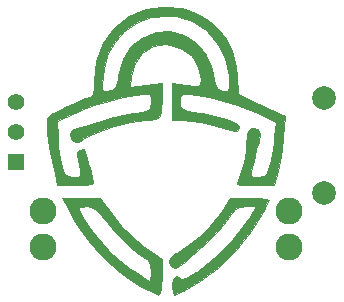
<source format=gts>
%TF.GenerationSoftware,KiCad,Pcbnew,(5.1.10)-1*%
%TF.CreationDate,2021-09-22T19:04:14-07:00*%
%TF.ProjectId,try3,74727933-2e6b-4696-9361-645f70636258,rev?*%
%TF.SameCoordinates,Original*%
%TF.FileFunction,Soldermask,Top*%
%TF.FilePolarity,Negative*%
%FSLAX46Y46*%
G04 Gerber Fmt 4.6, Leading zero omitted, Abs format (unit mm)*
G04 Created by KiCad (PCBNEW (5.1.10)-1) date 2021-09-22 19:04:14*
%MOMM*%
%LPD*%
G01*
G04 APERTURE LIST*
%ADD10C,0.010000*%
%ADD11C,2.286000*%
%ADD12C,1.998980*%
%ADD13R,1.397000X1.397000*%
%ADD14C,1.397000*%
G04 APERTURE END LIST*
D10*
%TO.C,G\u002A\u002A\u002A*%
G36*
X175182696Y-73884855D02*
G01*
X176585081Y-73999502D01*
X177743231Y-74363111D01*
X178811421Y-75034063D01*
X179289697Y-75438997D01*
X180218788Y-76461691D01*
X180819352Y-77599039D01*
X181143305Y-78965181D01*
X181211302Y-79663729D01*
X181317032Y-81283197D01*
X183304275Y-82193544D01*
X185291518Y-83103890D01*
X185161227Y-84881032D01*
X185050048Y-85917737D01*
X184881274Y-86958906D01*
X184690482Y-87786841D01*
X184681303Y-87817739D01*
X184331669Y-88977305D01*
X182794139Y-88977305D01*
X182034370Y-88966434D01*
X181484821Y-88937841D01*
X181257556Y-88897549D01*
X181256609Y-88894639D01*
X181325509Y-88656627D01*
X181500127Y-88147869D01*
X181608848Y-87845508D01*
X181817274Y-87058115D01*
X181965115Y-86101162D01*
X182005330Y-85553826D01*
X182047655Y-84809266D01*
X182138818Y-84398405D01*
X182319986Y-84213267D01*
X182537556Y-84157900D01*
X182998503Y-84253125D01*
X183204625Y-84637247D01*
X183108366Y-85209067D01*
X183070813Y-85292639D01*
X182861897Y-85871229D01*
X182720835Y-86466754D01*
X182583047Y-87182260D01*
X182454087Y-87752835D01*
X182387412Y-88150048D01*
X182537618Y-88294162D01*
X183012071Y-88279230D01*
X183050803Y-88275559D01*
X183520661Y-88189672D01*
X183789232Y-87964784D01*
X183973337Y-87475269D01*
X184041367Y-87210348D01*
X184202937Y-86395051D01*
X184341560Y-85426563D01*
X184392078Y-84931537D01*
X184498031Y-83646640D01*
X183204046Y-82993438D01*
X182325879Y-82610099D01*
X181223894Y-82215293D01*
X180024685Y-81845320D01*
X178854846Y-81536484D01*
X177840972Y-81325087D01*
X177115304Y-81247427D01*
X176620475Y-81291767D01*
X176427279Y-81509878D01*
X176397478Y-81905270D01*
X176416054Y-82252299D01*
X176529199Y-82479966D01*
X176823040Y-82633889D01*
X177383703Y-82759682D01*
X178274870Y-82899607D01*
X179367727Y-83108015D01*
X180300091Y-83370531D01*
X180994757Y-83657770D01*
X181374519Y-83940347D01*
X181418923Y-84096268D01*
X181195146Y-84359488D01*
X181022622Y-84366761D01*
X180660181Y-84271410D01*
X180008175Y-84098943D01*
X179203962Y-83885698D01*
X179158348Y-83873589D01*
X178226717Y-83661576D01*
X177315874Y-83511969D01*
X176673565Y-83459351D01*
X175734870Y-83455565D01*
X175734870Y-80331606D01*
X176949652Y-80483383D01*
X177642012Y-80560388D01*
X178003661Y-80542611D01*
X178142000Y-80391777D01*
X178164429Y-80069607D01*
X178164435Y-80050442D01*
X177965040Y-78976267D01*
X177418847Y-78069381D01*
X176603848Y-77409415D01*
X175598031Y-77075998D01*
X175226945Y-77051174D01*
X174088959Y-77234329D01*
X173203562Y-77775597D01*
X172588466Y-78658971D01*
X172284192Y-79710668D01*
X172136364Y-80635131D01*
X173493878Y-80477575D01*
X174851391Y-80320018D01*
X174851391Y-81753727D01*
X174822401Y-82612505D01*
X174684776Y-83121243D01*
X174362533Y-83370429D01*
X173779688Y-83450553D01*
X173422383Y-83455565D01*
X172755968Y-83527730D01*
X171860686Y-83719118D01*
X170859309Y-83992067D01*
X169874605Y-84308918D01*
X169029348Y-84632011D01*
X168446306Y-84923683D01*
X168314858Y-85022324D01*
X167826952Y-85313558D01*
X167486597Y-85315570D01*
X167203746Y-85036178D01*
X167130745Y-84630042D01*
X167285095Y-84305529D01*
X167397044Y-84249525D01*
X167724465Y-84148591D01*
X168353271Y-83946449D01*
X169165617Y-83681103D01*
X169440087Y-83590699D01*
X170475748Y-83284302D01*
X171555388Y-83021288D01*
X172460732Y-82854292D01*
X172532261Y-82845025D01*
X173265942Y-82743008D01*
X173669209Y-82620548D01*
X173850752Y-82409027D01*
X173919260Y-82039826D01*
X173926690Y-81964696D01*
X173935179Y-81472489D01*
X173758564Y-81279084D01*
X173374516Y-81248417D01*
X172607385Y-81327218D01*
X171561801Y-81537149D01*
X170368478Y-81842868D01*
X169158133Y-82209033D01*
X168061483Y-82600303D01*
X167507478Y-82834696D01*
X166016609Y-83520960D01*
X166037812Y-84758263D01*
X166101288Y-85716855D01*
X166237411Y-86715478D01*
X166314242Y-87099913D01*
X166489868Y-87756162D01*
X166687252Y-88095462D01*
X167004338Y-88235979D01*
X167286952Y-88273472D01*
X167730915Y-88285175D01*
X167947621Y-88151327D01*
X167971719Y-87783199D01*
X167837855Y-87092062D01*
X167804608Y-86947795D01*
X167714292Y-86377826D01*
X167806963Y-86090810D01*
X167951925Y-86003900D01*
X168159166Y-85924440D01*
X168287389Y-85950173D01*
X168393693Y-86171301D01*
X168535176Y-86678025D01*
X168645712Y-87099913D01*
X168836381Y-87815892D01*
X168994902Y-88399268D01*
X169048643Y-88590783D01*
X169059328Y-88792903D01*
X168888999Y-88909625D01*
X168452780Y-88963546D01*
X167665798Y-88977266D01*
X167596969Y-88977305D01*
X166033635Y-88977305D01*
X165787988Y-88065041D01*
X165529234Y-86946214D01*
X165315128Y-85729426D01*
X165174553Y-84599918D01*
X165134410Y-83872824D01*
X165150911Y-83482702D01*
X165254375Y-83200050D01*
X165523496Y-82953153D01*
X166036964Y-82670297D01*
X166873472Y-82279769D01*
X166891517Y-82271519D01*
X167709153Y-81909106D01*
X168382468Y-81631592D01*
X168804901Y-81482064D01*
X168879344Y-81467739D01*
X169007939Y-81264499D01*
X169089499Y-80723431D01*
X169098386Y-80473842D01*
X169803359Y-80473842D01*
X169819702Y-80853855D01*
X169948227Y-81002110D01*
X170132464Y-81022618D01*
X170613439Y-80937432D01*
X170786990Y-80856966D01*
X170967708Y-80553906D01*
X171133082Y-79985809D01*
X171179363Y-79735732D01*
X171578313Y-78325525D01*
X172281709Y-77221412D01*
X173158685Y-76507703D01*
X174362467Y-76028806D01*
X175570069Y-75949941D01*
X176712031Y-76235519D01*
X177718888Y-76849953D01*
X178521181Y-77757656D01*
X179049445Y-78923042D01*
X179189975Y-79597681D01*
X179346176Y-80389573D01*
X179591473Y-80829233D01*
X179991240Y-81005533D01*
X180238155Y-81022618D01*
X180468634Y-80979654D01*
X180575855Y-80778120D01*
X180583645Y-80316348D01*
X180538743Y-79740011D01*
X180210605Y-78216041D01*
X179551688Y-76898037D01*
X178612149Y-75835522D01*
X177442145Y-75078023D01*
X176091832Y-74675063D01*
X175355442Y-74622015D01*
X173992802Y-74740963D01*
X172863566Y-75130923D01*
X171815804Y-75846915D01*
X171702333Y-75945006D01*
X170886635Y-76815475D01*
X170335390Y-77805640D01*
X169989733Y-79038638D01*
X169878674Y-79759962D01*
X169803359Y-80473842D01*
X169098386Y-80473842D01*
X169108783Y-80181867D01*
X169307834Y-78481325D01*
X169889803Y-76971512D01*
X170831910Y-75690842D01*
X172111375Y-74677729D01*
X172501814Y-74460136D01*
X173280981Y-74114650D01*
X174032244Y-73938033D01*
X174967636Y-73884786D01*
X175182696Y-73884855D01*
G37*
X175182696Y-73884855D02*
X176585081Y-73999502D01*
X177743231Y-74363111D01*
X178811421Y-75034063D01*
X179289697Y-75438997D01*
X180218788Y-76461691D01*
X180819352Y-77599039D01*
X181143305Y-78965181D01*
X181211302Y-79663729D01*
X181317032Y-81283197D01*
X183304275Y-82193544D01*
X185291518Y-83103890D01*
X185161227Y-84881032D01*
X185050048Y-85917737D01*
X184881274Y-86958906D01*
X184690482Y-87786841D01*
X184681303Y-87817739D01*
X184331669Y-88977305D01*
X182794139Y-88977305D01*
X182034370Y-88966434D01*
X181484821Y-88937841D01*
X181257556Y-88897549D01*
X181256609Y-88894639D01*
X181325509Y-88656627D01*
X181500127Y-88147869D01*
X181608848Y-87845508D01*
X181817274Y-87058115D01*
X181965115Y-86101162D01*
X182005330Y-85553826D01*
X182047655Y-84809266D01*
X182138818Y-84398405D01*
X182319986Y-84213267D01*
X182537556Y-84157900D01*
X182998503Y-84253125D01*
X183204625Y-84637247D01*
X183108366Y-85209067D01*
X183070813Y-85292639D01*
X182861897Y-85871229D01*
X182720835Y-86466754D01*
X182583047Y-87182260D01*
X182454087Y-87752835D01*
X182387412Y-88150048D01*
X182537618Y-88294162D01*
X183012071Y-88279230D01*
X183050803Y-88275559D01*
X183520661Y-88189672D01*
X183789232Y-87964784D01*
X183973337Y-87475269D01*
X184041367Y-87210348D01*
X184202937Y-86395051D01*
X184341560Y-85426563D01*
X184392078Y-84931537D01*
X184498031Y-83646640D01*
X183204046Y-82993438D01*
X182325879Y-82610099D01*
X181223894Y-82215293D01*
X180024685Y-81845320D01*
X178854846Y-81536484D01*
X177840972Y-81325087D01*
X177115304Y-81247427D01*
X176620475Y-81291767D01*
X176427279Y-81509878D01*
X176397478Y-81905270D01*
X176416054Y-82252299D01*
X176529199Y-82479966D01*
X176823040Y-82633889D01*
X177383703Y-82759682D01*
X178274870Y-82899607D01*
X179367727Y-83108015D01*
X180300091Y-83370531D01*
X180994757Y-83657770D01*
X181374519Y-83940347D01*
X181418923Y-84096268D01*
X181195146Y-84359488D01*
X181022622Y-84366761D01*
X180660181Y-84271410D01*
X180008175Y-84098943D01*
X179203962Y-83885698D01*
X179158348Y-83873589D01*
X178226717Y-83661576D01*
X177315874Y-83511969D01*
X176673565Y-83459351D01*
X175734870Y-83455565D01*
X175734870Y-80331606D01*
X176949652Y-80483383D01*
X177642012Y-80560388D01*
X178003661Y-80542611D01*
X178142000Y-80391777D01*
X178164429Y-80069607D01*
X178164435Y-80050442D01*
X177965040Y-78976267D01*
X177418847Y-78069381D01*
X176603848Y-77409415D01*
X175598031Y-77075998D01*
X175226945Y-77051174D01*
X174088959Y-77234329D01*
X173203562Y-77775597D01*
X172588466Y-78658971D01*
X172284192Y-79710668D01*
X172136364Y-80635131D01*
X173493878Y-80477575D01*
X174851391Y-80320018D01*
X174851391Y-81753727D01*
X174822401Y-82612505D01*
X174684776Y-83121243D01*
X174362533Y-83370429D01*
X173779688Y-83450553D01*
X173422383Y-83455565D01*
X172755968Y-83527730D01*
X171860686Y-83719118D01*
X170859309Y-83992067D01*
X169874605Y-84308918D01*
X169029348Y-84632011D01*
X168446306Y-84923683D01*
X168314858Y-85022324D01*
X167826952Y-85313558D01*
X167486597Y-85315570D01*
X167203746Y-85036178D01*
X167130745Y-84630042D01*
X167285095Y-84305529D01*
X167397044Y-84249525D01*
X167724465Y-84148591D01*
X168353271Y-83946449D01*
X169165617Y-83681103D01*
X169440087Y-83590699D01*
X170475748Y-83284302D01*
X171555388Y-83021288D01*
X172460732Y-82854292D01*
X172532261Y-82845025D01*
X173265942Y-82743008D01*
X173669209Y-82620548D01*
X173850752Y-82409027D01*
X173919260Y-82039826D01*
X173926690Y-81964696D01*
X173935179Y-81472489D01*
X173758564Y-81279084D01*
X173374516Y-81248417D01*
X172607385Y-81327218D01*
X171561801Y-81537149D01*
X170368478Y-81842868D01*
X169158133Y-82209033D01*
X168061483Y-82600303D01*
X167507478Y-82834696D01*
X166016609Y-83520960D01*
X166037812Y-84758263D01*
X166101288Y-85716855D01*
X166237411Y-86715478D01*
X166314242Y-87099913D01*
X166489868Y-87756162D01*
X166687252Y-88095462D01*
X167004338Y-88235979D01*
X167286952Y-88273472D01*
X167730915Y-88285175D01*
X167947621Y-88151327D01*
X167971719Y-87783199D01*
X167837855Y-87092062D01*
X167804608Y-86947795D01*
X167714292Y-86377826D01*
X167806963Y-86090810D01*
X167951925Y-86003900D01*
X168159166Y-85924440D01*
X168287389Y-85950173D01*
X168393693Y-86171301D01*
X168535176Y-86678025D01*
X168645712Y-87099913D01*
X168836381Y-87815892D01*
X168994902Y-88399268D01*
X169048643Y-88590783D01*
X169059328Y-88792903D01*
X168888999Y-88909625D01*
X168452780Y-88963546D01*
X167665798Y-88977266D01*
X167596969Y-88977305D01*
X166033635Y-88977305D01*
X165787988Y-88065041D01*
X165529234Y-86946214D01*
X165315128Y-85729426D01*
X165174553Y-84599918D01*
X165134410Y-83872824D01*
X165150911Y-83482702D01*
X165254375Y-83200050D01*
X165523496Y-82953153D01*
X166036964Y-82670297D01*
X166873472Y-82279769D01*
X166891517Y-82271519D01*
X167709153Y-81909106D01*
X168382468Y-81631592D01*
X168804901Y-81482064D01*
X168879344Y-81467739D01*
X169007939Y-81264499D01*
X169089499Y-80723431D01*
X169098386Y-80473842D01*
X169803359Y-80473842D01*
X169819702Y-80853855D01*
X169948227Y-81002110D01*
X170132464Y-81022618D01*
X170613439Y-80937432D01*
X170786990Y-80856966D01*
X170967708Y-80553906D01*
X171133082Y-79985809D01*
X171179363Y-79735732D01*
X171578313Y-78325525D01*
X172281709Y-77221412D01*
X173158685Y-76507703D01*
X174362467Y-76028806D01*
X175570069Y-75949941D01*
X176712031Y-76235519D01*
X177718888Y-76849953D01*
X178521181Y-77757656D01*
X179049445Y-78923042D01*
X179189975Y-79597681D01*
X179346176Y-80389573D01*
X179591473Y-80829233D01*
X179991240Y-81005533D01*
X180238155Y-81022618D01*
X180468634Y-80979654D01*
X180575855Y-80778120D01*
X180583645Y-80316348D01*
X180538743Y-79740011D01*
X180210605Y-78216041D01*
X179551688Y-76898037D01*
X178612149Y-75835522D01*
X177442145Y-75078023D01*
X176091832Y-74675063D01*
X175355442Y-74622015D01*
X173992802Y-74740963D01*
X172863566Y-75130923D01*
X171815804Y-75846915D01*
X171702333Y-75945006D01*
X170886635Y-76815475D01*
X170335390Y-77805640D01*
X169989733Y-79038638D01*
X169878674Y-79759962D01*
X169803359Y-80473842D01*
X169098386Y-80473842D01*
X169108783Y-80181867D01*
X169307834Y-78481325D01*
X169889803Y-76971512D01*
X170831910Y-75690842D01*
X172111375Y-74677729D01*
X172501814Y-74460136D01*
X173280981Y-74114650D01*
X174032244Y-73938033D01*
X174967636Y-73884786D01*
X175182696Y-73884855D01*
G36*
X183069671Y-90096573D02*
G01*
X183644286Y-90135976D01*
X183902376Y-90191822D01*
X183907044Y-90200886D01*
X183815035Y-90451767D01*
X183581777Y-90951772D01*
X183435247Y-91244917D01*
X182439642Y-92857450D01*
X181147017Y-94443144D01*
X179668567Y-95887520D01*
X178115486Y-97076097D01*
X177296416Y-97565157D01*
X176619836Y-97915704D01*
X176105088Y-98163719D01*
X175869605Y-98253826D01*
X175780504Y-98059436D01*
X175736017Y-97581519D01*
X175734870Y-97480783D01*
X175814918Y-96893343D01*
X176047768Y-96707739D01*
X176379710Y-96845786D01*
X176438008Y-96939762D01*
X176644159Y-96943806D01*
X177115953Y-96739016D01*
X177756271Y-96368628D01*
X177836848Y-96317031D01*
X178819287Y-95575831D01*
X179882706Y-94601915D01*
X180909511Y-93518093D01*
X181782106Y-92447177D01*
X182312334Y-91643053D01*
X182815886Y-90744261D01*
X181981030Y-90744656D01*
X181452196Y-90788282D01*
X181079995Y-90985016D01*
X180715310Y-91434575D01*
X180535941Y-91711002D01*
X180036631Y-92381456D01*
X179357210Y-93145436D01*
X178768985Y-93721627D01*
X178048089Y-94372433D01*
X177336262Y-95014635D01*
X176863842Y-95440506D01*
X176335898Y-95855578D01*
X175971286Y-95966737D01*
X175759494Y-95890197D01*
X175434264Y-95526096D01*
X175538415Y-95136358D01*
X176062650Y-94747243D01*
X176185731Y-94686400D01*
X177041579Y-94159541D01*
X178002862Y-93373982D01*
X178943397Y-92447174D01*
X179737002Y-91496567D01*
X179962542Y-91170969D01*
X180668395Y-90081652D01*
X182287719Y-90081652D01*
X183069671Y-90096573D01*
G37*
X183069671Y-90096573D02*
X183644286Y-90135976D01*
X183902376Y-90191822D01*
X183907044Y-90200886D01*
X183815035Y-90451767D01*
X183581777Y-90951772D01*
X183435247Y-91244917D01*
X182439642Y-92857450D01*
X181147017Y-94443144D01*
X179668567Y-95887520D01*
X178115486Y-97076097D01*
X177296416Y-97565157D01*
X176619836Y-97915704D01*
X176105088Y-98163719D01*
X175869605Y-98253826D01*
X175780504Y-98059436D01*
X175736017Y-97581519D01*
X175734870Y-97480783D01*
X175814918Y-96893343D01*
X176047768Y-96707739D01*
X176379710Y-96845786D01*
X176438008Y-96939762D01*
X176644159Y-96943806D01*
X177115953Y-96739016D01*
X177756271Y-96368628D01*
X177836848Y-96317031D01*
X178819287Y-95575831D01*
X179882706Y-94601915D01*
X180909511Y-93518093D01*
X181782106Y-92447177D01*
X182312334Y-91643053D01*
X182815886Y-90744261D01*
X181981030Y-90744656D01*
X181452196Y-90788282D01*
X181079995Y-90985016D01*
X180715310Y-91434575D01*
X180535941Y-91711002D01*
X180036631Y-92381456D01*
X179357210Y-93145436D01*
X178768985Y-93721627D01*
X178048089Y-94372433D01*
X177336262Y-95014635D01*
X176863842Y-95440506D01*
X176335898Y-95855578D01*
X175971286Y-95966737D01*
X175759494Y-95890197D01*
X175434264Y-95526096D01*
X175538415Y-95136358D01*
X176062650Y-94747243D01*
X176185731Y-94686400D01*
X177041579Y-94159541D01*
X178002862Y-93373982D01*
X178943397Y-92447174D01*
X179737002Y-91496567D01*
X179962542Y-91170969D01*
X180668395Y-90081652D01*
X182287719Y-90081652D01*
X183069671Y-90096573D01*
G36*
X170695945Y-91501623D02*
G01*
X171515206Y-92478225D01*
X172530195Y-93467866D01*
X173288571Y-94091121D01*
X174851391Y-95260649D01*
X174851391Y-96757238D01*
X174821772Y-97631324D01*
X174727020Y-98114332D01*
X174570279Y-98253826D01*
X174252585Y-98148927D01*
X173674615Y-97872171D01*
X172953980Y-97480464D01*
X172858540Y-97425565D01*
X171523246Y-96506497D01*
X170162739Y-95315811D01*
X168893602Y-93973471D01*
X167832418Y-92599443D01*
X167273282Y-91678312D01*
X166885291Y-90939962D01*
X167783565Y-90939962D01*
X167916206Y-91282279D01*
X168267400Y-91862408D01*
X168767053Y-92583771D01*
X169345071Y-93349788D01*
X169931361Y-94063883D01*
X170455828Y-94629477D01*
X170474435Y-94647554D01*
X171214609Y-95298062D01*
X172095446Y-95982699D01*
X172642696Y-96364497D01*
X173857478Y-97159886D01*
X173928277Y-96343921D01*
X173891143Y-95650872D01*
X173672563Y-95345230D01*
X172804744Y-94750442D01*
X171834651Y-93914501D01*
X170900924Y-92966512D01*
X170190355Y-92102490D01*
X169651699Y-91398899D01*
X169249464Y-90991946D01*
X168885873Y-90803722D01*
X168501391Y-90756765D01*
X168012945Y-90800871D01*
X167785647Y-90925077D01*
X167783565Y-90939962D01*
X166885291Y-90939962D01*
X166434261Y-90081652D01*
X169666140Y-90081652D01*
X170695945Y-91501623D01*
G37*
X170695945Y-91501623D02*
X171515206Y-92478225D01*
X172530195Y-93467866D01*
X173288571Y-94091121D01*
X174851391Y-95260649D01*
X174851391Y-96757238D01*
X174821772Y-97631324D01*
X174727020Y-98114332D01*
X174570279Y-98253826D01*
X174252585Y-98148927D01*
X173674615Y-97872171D01*
X172953980Y-97480464D01*
X172858540Y-97425565D01*
X171523246Y-96506497D01*
X170162739Y-95315811D01*
X168893602Y-93973471D01*
X167832418Y-92599443D01*
X167273282Y-91678312D01*
X166885291Y-90939962D01*
X167783565Y-90939962D01*
X167916206Y-91282279D01*
X168267400Y-91862408D01*
X168767053Y-92583771D01*
X169345071Y-93349788D01*
X169931361Y-94063883D01*
X170455828Y-94629477D01*
X170474435Y-94647554D01*
X171214609Y-95298062D01*
X172095446Y-95982699D01*
X172642696Y-96364497D01*
X173857478Y-97159886D01*
X173928277Y-96343921D01*
X173891143Y-95650872D01*
X173672563Y-95345230D01*
X172804744Y-94750442D01*
X171834651Y-93914501D01*
X170900924Y-92966512D01*
X170190355Y-92102490D01*
X169651699Y-91398899D01*
X169249464Y-90991946D01*
X168885873Y-90803722D01*
X168501391Y-90756765D01*
X168012945Y-90800871D01*
X167785647Y-90925077D01*
X167783565Y-90939962D01*
X166885291Y-90939962D01*
X166434261Y-90081652D01*
X169666140Y-90081652D01*
X170695945Y-91501623D01*
%TD*%
D11*
%TO.C,BT1*%
X185674000Y-94234000D03*
X164846000Y-94234000D03*
X185674000Y-91186000D03*
X164846000Y-91186000D03*
%TD*%
D12*
%TO.C,R1*%
X188595000Y-81598000D03*
X188595000Y-89598000D03*
%TD*%
D13*
%TO.C,SW1*%
X162560000Y-86995000D03*
D14*
X162560000Y-84455000D03*
X162560000Y-81915000D03*
%TD*%
M02*

</source>
